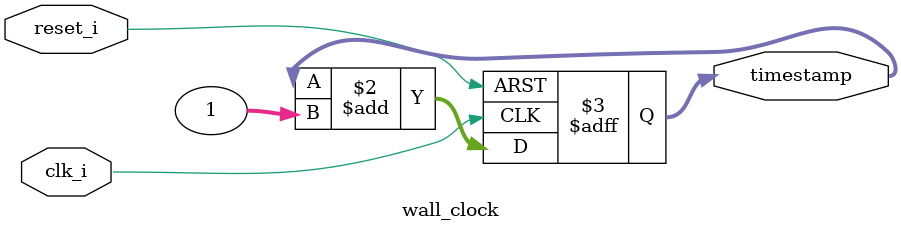
<source format=sv>
module wall_clock (
  input  logic               clk_i,         // Clock input
  input  logic               reset_i,       // Reset input (active high)
  output logic [31:0]    timestamp      // Output to hold the captured timestamp
);

  // Sequential process to capture the timestamp
  always_ff @(posedge clk_i or posedge reset_i) 
  begin
    if (reset_i) 
      timestamp  <= 0;                     // Reset the timestamp to zero
    else
      timestamp <=  timestamp +1;          //Increments whenever reset_i low
  end

endmodule
</source>
